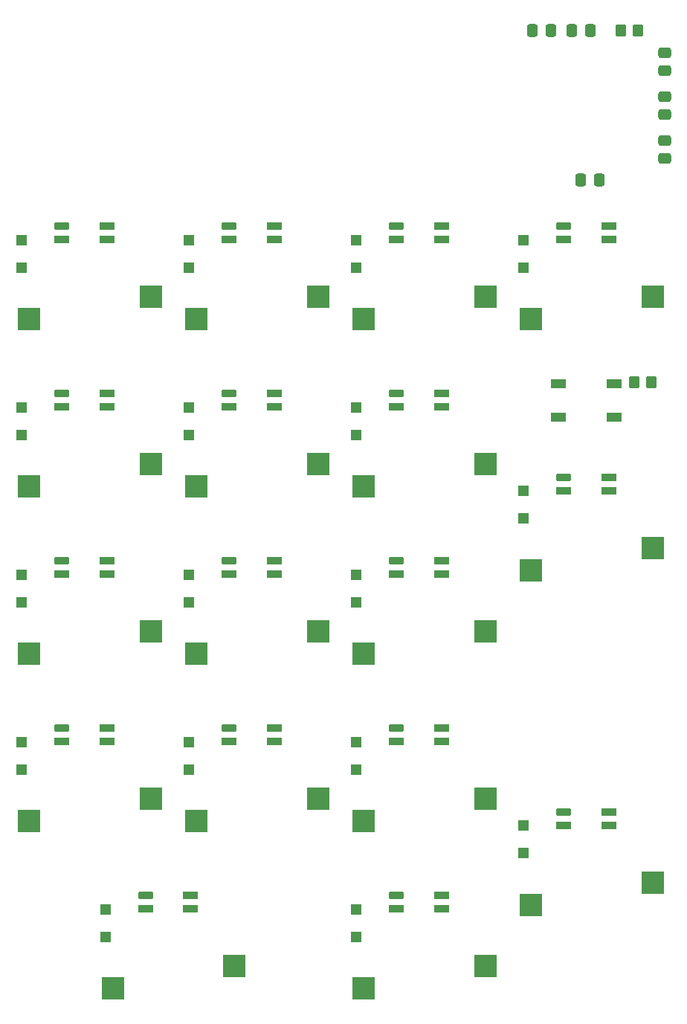
<source format=gbr>
%TF.GenerationSoftware,KiCad,Pcbnew,(6.0.1)*%
%TF.CreationDate,2022-02-23T18:42:09-08:00*%
%TF.ProjectId,Ramen Pad,52616d65-6e20-4506-9164-2e6b69636164,v1.0.0*%
%TF.SameCoordinates,Original*%
%TF.FileFunction,Paste,Bot*%
%TF.FilePolarity,Positive*%
%FSLAX46Y46*%
G04 Gerber Fmt 4.6, Leading zero omitted, Abs format (unit mm)*
G04 Created by KiCad (PCBNEW (6.0.1)) date 2022-02-23 18:42:09*
%MOMM*%
%LPD*%
G01*
G04 APERTURE LIST*
G04 Aperture macros list*
%AMRoundRect*
0 Rectangle with rounded corners*
0 $1 Rounding radius*
0 $2 $3 $4 $5 $6 $7 $8 $9 X,Y pos of 4 corners*
0 Add a 4 corners polygon primitive as box body*
4,1,4,$2,$3,$4,$5,$6,$7,$8,$9,$2,$3,0*
0 Add four circle primitives for the rounded corners*
1,1,$1+$1,$2,$3*
1,1,$1+$1,$4,$5*
1,1,$1+$1,$6,$7*
1,1,$1+$1,$8,$9*
0 Add four rect primitives between the rounded corners*
20,1,$1+$1,$2,$3,$4,$5,0*
20,1,$1+$1,$4,$5,$6,$7,0*
20,1,$1+$1,$6,$7,$8,$9,0*
20,1,$1+$1,$8,$9,$2,$3,0*%
G04 Aperture macros list end*
%ADD10R,2.550000X2.500000*%
%ADD11RoundRect,0.250000X0.350000X0.450000X-0.350000X0.450000X-0.350000X-0.450000X0.350000X-0.450000X0*%
%ADD12R,1.200000X1.200000*%
%ADD13R,1.700000X0.820000*%
%ADD14RoundRect,0.205000X0.645000X0.205000X-0.645000X0.205000X-0.645000X-0.205000X0.645000X-0.205000X0*%
%ADD15RoundRect,0.250000X0.475000X-0.337500X0.475000X0.337500X-0.475000X0.337500X-0.475000X-0.337500X0*%
%ADD16RoundRect,0.250000X0.337500X0.475000X-0.337500X0.475000X-0.337500X-0.475000X0.337500X-0.475000X0*%
%ADD17RoundRect,0.250000X-0.350000X-0.450000X0.350000X-0.450000X0.350000X0.450000X-0.350000X0.450000X0*%
%ADD18R,1.700000X1.000000*%
G04 APERTURE END LIST*
D10*
%TO.C,K5*%
X179010000Y-133508700D03*
X165160000Y-136048700D03*
%TD*%
%TO.C,K9*%
X188535000Y-114458700D03*
X174685000Y-116998700D03*
%TD*%
%TO.C,K12*%
X207585000Y-95408700D03*
X193735000Y-97948700D03*
%TD*%
%TO.C,K16*%
X226635000Y-85883700D03*
X212785000Y-88423700D03*
%TD*%
%TO.C,K7*%
X188535000Y-76358700D03*
X174685000Y-78898700D03*
%TD*%
%TO.C,K6*%
X188535000Y-57308700D03*
X174685000Y-59848700D03*
%TD*%
%TO.C,K1*%
X169485000Y-57308700D03*
X155635000Y-59848700D03*
%TD*%
%TO.C,K13*%
X207585000Y-114458700D03*
X193735000Y-116998700D03*
%TD*%
%TO.C,K2*%
X169485000Y-76358700D03*
X155635000Y-78898700D03*
%TD*%
%TO.C,K8*%
X188535000Y-95408700D03*
X174685000Y-97948700D03*
%TD*%
%TO.C,K3*%
X169485000Y-95408700D03*
X155635000Y-97948700D03*
%TD*%
%TO.C,K17*%
X226635000Y-123983700D03*
X212785000Y-126523700D03*
%TD*%
%TO.C,K11*%
X207585000Y-76358700D03*
X193735000Y-78898700D03*
%TD*%
%TO.C,K10*%
X207585000Y-57308700D03*
X193735000Y-59848700D03*
%TD*%
%TO.C,K14*%
X207585000Y-133508700D03*
X193735000Y-136048700D03*
%TD*%
%TO.C,K4*%
X169485000Y-114458750D03*
X155635000Y-116998750D03*
%TD*%
%TO.C,K15*%
X226635000Y-57308700D03*
X212785000Y-59848700D03*
%TD*%
D11*
%TO.C,R6*%
X226500000Y-67000000D03*
X224500000Y-67000000D03*
%TD*%
D12*
%TO.C,D12*%
X192881300Y-88912500D03*
X192881300Y-92062500D03*
%TD*%
D13*
%TO.C,LED12*%
X202575000Y-88856200D03*
X202575000Y-87356200D03*
D14*
X197475000Y-87356200D03*
D13*
X197475000Y-88856200D03*
%TD*%
D12*
%TO.C,D14*%
X192881300Y-127012500D03*
X192881300Y-130162500D03*
%TD*%
D13*
%TO.C,LED3*%
X164475000Y-88856200D03*
X164475000Y-87356200D03*
D14*
X159375000Y-87356200D03*
D13*
X159375000Y-88856200D03*
%TD*%
D15*
%TO.C,C7*%
X228000000Y-41537500D03*
X228000000Y-39462500D03*
%TD*%
D12*
%TO.C,D8*%
X173831300Y-88912500D03*
X173831300Y-92062500D03*
%TD*%
%TO.C,D6*%
X173831300Y-50812500D03*
X173831300Y-53962500D03*
%TD*%
D13*
%TO.C,LED15*%
X221625000Y-50756200D03*
X221625000Y-49256200D03*
D14*
X216525000Y-49256200D03*
D13*
X216525000Y-50756200D03*
%TD*%
%TO.C,LED2*%
X164475000Y-69806200D03*
X164475000Y-68306200D03*
D14*
X159375000Y-68306200D03*
D13*
X159375000Y-69806200D03*
%TD*%
%TO.C,LED13*%
X202575000Y-107906200D03*
X202575000Y-106406200D03*
D14*
X197475000Y-106406200D03*
D13*
X197475000Y-107906200D03*
%TD*%
D12*
%TO.C,D3*%
X154781300Y-88912500D03*
X154781300Y-92062500D03*
%TD*%
D13*
%TO.C,LED4*%
X164475000Y-107906200D03*
X164475000Y-106406200D03*
D14*
X159375000Y-106406200D03*
D13*
X159375000Y-107906200D03*
%TD*%
D16*
%TO.C,C4*%
X219537500Y-27000000D03*
X217462500Y-27000000D03*
%TD*%
D12*
%TO.C,D15*%
X211931300Y-50812500D03*
X211931300Y-53962500D03*
%TD*%
%TO.C,D17*%
X211931300Y-117487500D03*
X211931300Y-120637500D03*
%TD*%
D13*
%TO.C,LED5*%
X174000000Y-126956200D03*
X174000000Y-125456200D03*
D14*
X168900000Y-125456200D03*
D13*
X168900000Y-126956200D03*
%TD*%
%TO.C,LED11*%
X202575000Y-69806200D03*
X202575000Y-68306200D03*
D14*
X197475000Y-68306200D03*
D13*
X197475000Y-69806200D03*
%TD*%
%TO.C,LED17*%
X221625000Y-117431200D03*
X221625000Y-115931200D03*
D14*
X216525000Y-115931200D03*
D13*
X216525000Y-117431200D03*
%TD*%
%TO.C,LED16*%
X221625000Y-79331200D03*
X221625000Y-77831200D03*
D14*
X216525000Y-77831200D03*
D13*
X216525000Y-79331200D03*
%TD*%
%TO.C,LED14*%
X202575000Y-126956200D03*
X202575000Y-125456200D03*
D14*
X197475000Y-125456200D03*
D13*
X197475000Y-126956200D03*
%TD*%
D12*
%TO.C,D13*%
X192881300Y-107962500D03*
X192881300Y-111112500D03*
%TD*%
D17*
%TO.C,R1*%
X223000000Y-27000000D03*
X225000000Y-27000000D03*
%TD*%
D12*
%TO.C,D11*%
X192881300Y-69862500D03*
X192881300Y-73012500D03*
%TD*%
%TO.C,D5*%
X164306300Y-127012500D03*
X164306300Y-130162500D03*
%TD*%
%TO.C,D9*%
X173831300Y-107962500D03*
X173831300Y-111112500D03*
%TD*%
D16*
%TO.C,C8*%
X220537500Y-44000000D03*
X218462500Y-44000000D03*
%TD*%
D12*
%TO.C,D4*%
X154781300Y-107962500D03*
X154781300Y-111112500D03*
%TD*%
D15*
%TO.C,C5*%
X228000000Y-31537500D03*
X228000000Y-29462500D03*
%TD*%
D12*
%TO.C,D7*%
X173831300Y-69862500D03*
X173831300Y-73012500D03*
%TD*%
D13*
%TO.C,LED9*%
X183525000Y-107906200D03*
X183525000Y-106406200D03*
D14*
X178425000Y-106406200D03*
D13*
X178425000Y-107906200D03*
%TD*%
%TO.C,LED1*%
X164475000Y-50756200D03*
X164475000Y-49256200D03*
D14*
X159375000Y-49256200D03*
D13*
X159375000Y-50756200D03*
%TD*%
%TO.C,LED8*%
X183525000Y-88856200D03*
X183525000Y-87356200D03*
D14*
X178425000Y-87356200D03*
D13*
X178425000Y-88856200D03*
%TD*%
D12*
%TO.C,D10*%
X192881300Y-50812500D03*
X192881300Y-53962500D03*
%TD*%
D16*
%TO.C,C3*%
X215037500Y-27000000D03*
X212962500Y-27000000D03*
%TD*%
D15*
%TO.C,C6*%
X228000000Y-36537500D03*
X228000000Y-34462500D03*
%TD*%
D12*
%TO.C,D1*%
X154781300Y-50812500D03*
X154781300Y-53962500D03*
%TD*%
D13*
%TO.C,LED10*%
X202575000Y-50756200D03*
X202575000Y-49256200D03*
D14*
X197475000Y-49256200D03*
D13*
X197475000Y-50756200D03*
%TD*%
D18*
%TO.C,SW1*%
X222225000Y-70956200D03*
X215925000Y-70956200D03*
X222225000Y-67156200D03*
X215925000Y-67156200D03*
%TD*%
D13*
%TO.C,LED7*%
X183525000Y-69806200D03*
X183525000Y-68306200D03*
D14*
X178425000Y-68306200D03*
D13*
X178425000Y-69806200D03*
%TD*%
%TO.C,LED6*%
X183525000Y-50756200D03*
X183525000Y-49256200D03*
D14*
X178425000Y-49256200D03*
D13*
X178425000Y-50756200D03*
%TD*%
D12*
%TO.C,D2*%
X154781300Y-69862500D03*
X154781300Y-73012500D03*
%TD*%
%TO.C,D16*%
X211931300Y-79387500D03*
X211931300Y-82537500D03*
%TD*%
M02*

</source>
